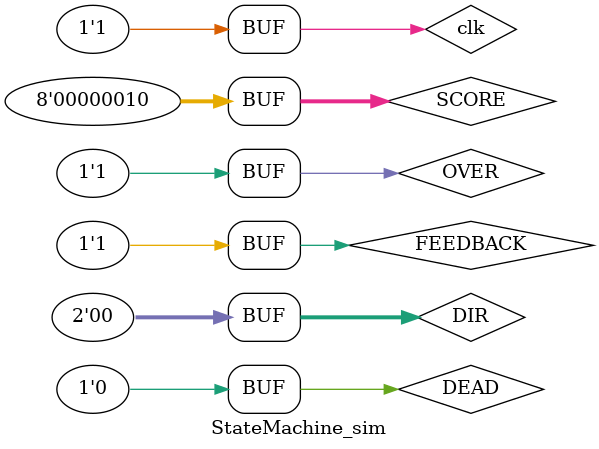
<source format=v>
`timescale 1ns / 1ps


module StateMachine_sim;

	// Inputs
	reg clk;
	reg FEEDBACK;
	reg [7:0] SCORE;
	reg OVER;
	reg DEAD;
	reg [1:0] DIR;

	// Outputs
	wire RST;
	wire CLEAR;
	wire FLASH;
	wire generate_food;
	wire DEAD_OUT;
	wire [1:0] DIR_OUT;
	wire [7:0] SCORE_OUT;
	wire [2:0] state_out;
	
	// Instantiate the Unit Under Test (UUT)
	StateMachine uut (
		.clk(clk), 
		.FEEDBACK(FEEDBACK), 
		.SCORE(SCORE), 
		.OVER(OVER), 
		.DEAD(DEAD), 
		.DIR(DIR), 
		.RST(RST), 
		.CLEAR(CLEAR), 
		.FLASH(FLASH), 
		.generate_food(generate_food), 
		.DEAD_OUT(DEAD_OUT), 
		.DIR_OUT(DIR_OUT), 
		.SCORE_OUT(SCORE_OUT),
		.state_out(state_out)
	);

	initial begin
		// Initialize Inputs
		clk = 0;
		FEEDBACK = 0;
		SCORE = 0;
		OVER = 0;
		DEAD = 1;
		DIR = 0;

		// Wait 100 ns for global reset to finish
		#100;
      FEEDBACK = 1'b1;
		#20;
		OVER = 1;
		#80
		SCORE = 8'b00000001;
		#40;
		SCORE = 8'b00000010;
		#40;
		DEAD = 1'b0;
		// Add stimulus here

	end
	
	always begin
		clk = 0; #20;
		clk = 1; #20;
	end
      
endmodule


</source>
